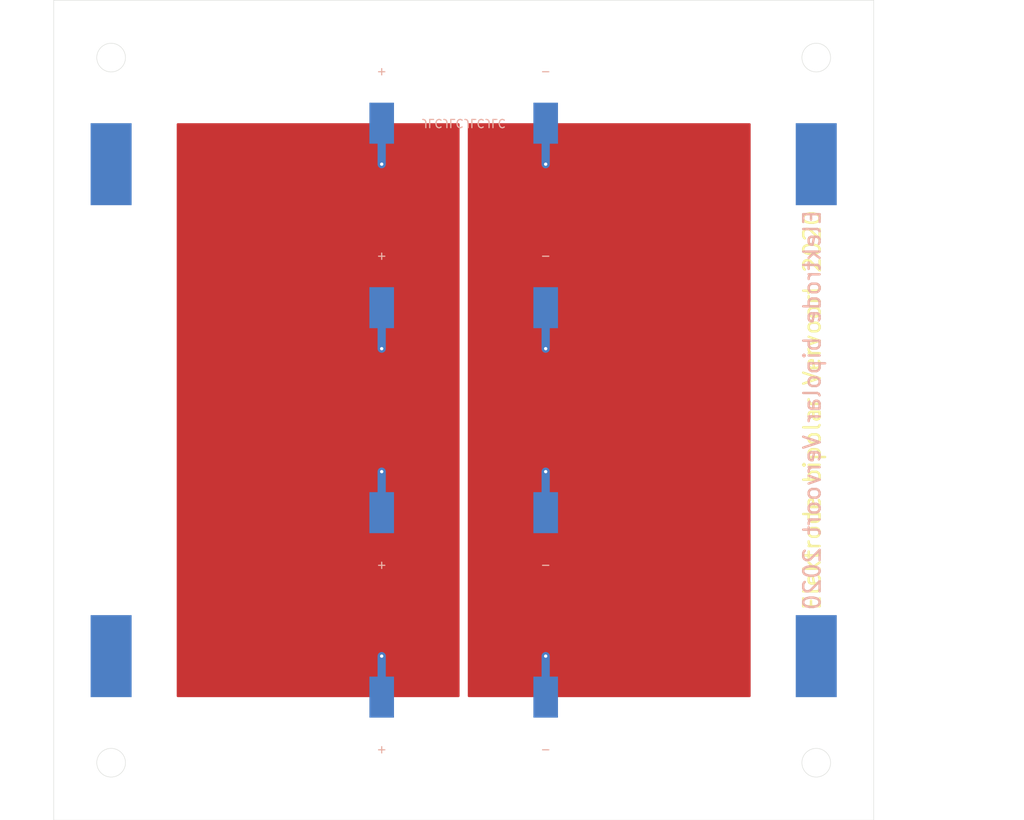
<source format=kicad_pcb>
(kicad_pcb (version 20171130) (host pcbnew "(5.1.5)-3")

  (general
    (thickness 1.6)
    (drawings 12)
    (tracks 17)
    (zones 0)
    (modules 12)
    (nets 3)
  )

  (page A4)
  (layers
    (0 F.Cu signal)
    (31 B.Cu signal)
    (32 B.Adhes user)
    (33 F.Adhes user)
    (34 B.Paste user)
    (35 F.Paste user)
    (36 B.SilkS user)
    (37 F.SilkS user)
    (38 B.Mask user)
    (39 F.Mask user)
    (40 Dwgs.User user)
    (41 Cmts.User user)
    (42 Eco1.User user)
    (43 Eco2.User user)
    (44 Edge.Cuts user)
    (45 Margin user)
    (46 B.CrtYd user)
    (47 F.CrtYd user)
    (48 B.Fab user)
    (49 F.Fab user)
  )

  (setup
    (last_trace_width 0.25)
    (user_trace_width 1)
    (trace_clearance 0.2)
    (zone_clearance 0.508)
    (zone_45_only no)
    (trace_min 0.2)
    (via_size 0.8)
    (via_drill 0.4)
    (via_min_size 0.4)
    (via_min_drill 0.3)
    (uvia_size 0.3)
    (uvia_drill 0.1)
    (uvias_allowed no)
    (uvia_min_size 0.2)
    (uvia_min_drill 0.1)
    (edge_width 0.05)
    (segment_width 0.2)
    (pcb_text_width 0.3)
    (pcb_text_size 1.5 1.5)
    (mod_edge_width 0.12)
    (mod_text_size 1 1)
    (mod_text_width 0.15)
    (pad_size 3 5)
    (pad_drill 0)
    (pad_to_mask_clearance 0.051)
    (solder_mask_min_width 0.25)
    (aux_axis_origin 0 0)
    (visible_elements 7FFFFFFF)
    (pcbplotparams
      (layerselection 0x010fc_ffffffff)
      (usegerberextensions false)
      (usegerberattributes false)
      (usegerberadvancedattributes false)
      (creategerberjobfile false)
      (excludeedgelayer true)
      (linewidth 0.100000)
      (plotframeref false)
      (viasonmask false)
      (mode 1)
      (useauxorigin false)
      (hpglpennumber 1)
      (hpglpenspeed 20)
      (hpglpendiameter 15.000000)
      (psnegative false)
      (psa4output false)
      (plotreference true)
      (plotvalue true)
      (plotinvisibletext false)
      (padsonsilk false)
      (subtractmaskfromsilk false)
      (outputformat 1)
      (mirror false)
      (drillshape 0)
      (scaleselection 1)
      (outputdirectory ""))
  )

  (net 0 "")
  (net 1 +)
  (net 2 -)

  (net_class Default "Dies ist die voreingestellte Netzklasse."
    (clearance 0.2)
    (trace_width 0.25)
    (via_dia 0.8)
    (via_drill 0.4)
    (uvia_dia 0.3)
    (uvia_drill 0.1)
    (add_net +)
    (add_net -)
  )

  (module Wire_Pads:SolderWirePad_single_SMD_3x5mm (layer B.Cu) (tedit 5EE35541) (tstamp 5EE4BA9E)
    (at 90 87.5)
    (descr "Wire Pad, Square, SMD Pad,  5mm x 10mm,")
    (tags "MesurementPoint Square SMDPad 5mmx10mm ")
    (path /5EE34AE5)
    (attr smd)
    (fp_text reference J1 (at 0.25 -5) (layer B.SilkS) hide
      (effects (font (size 1 1) (thickness 0.15)) (justify mirror))
    )
    (fp_text value + (at 0 -6.35) (layer B.SilkS)
      (effects (font (size 1 1) (thickness 0.15)) (justify mirror))
    )
    (fp_line (start 1.75 2.75) (end -1.75 2.75) (layer B.CrtYd) (width 0.05))
    (fp_line (start 1.75 -2.75) (end 1.75 2.75) (layer B.CrtYd) (width 0.05))
    (fp_line (start -1.75 -2.75) (end 1.75 -2.75) (layer B.CrtYd) (width 0.05))
    (fp_line (start -1.75 2.75) (end -1.75 -2.75) (layer B.CrtYd) (width 0.05))
    (pad 1 smd rect (at 0 0) (size 3 5) (layers B.Cu)
      (net 1 +))
  )

  (module Wire_Pads:SolderWirePad_single_SMD_3x5mm (layer B.Cu) (tedit 5EE3552D) (tstamp 5EE4BA96)
    (at 110 87.5)
    (descr "Wire Pad, Square, SMD Pad,  5mm x 10mm,")
    (tags "MesurementPoint Square SMDPad 5mmx10mm ")
    (path /5EE35E51)
    (attr smd)
    (fp_text reference J2 (at 0 -5) (layer B.SilkS) hide
      (effects (font (size 1 1) (thickness 0.15)) (justify mirror))
    )
    (fp_text value - (at 0 -6.35) (layer B.SilkS)
      (effects (font (size 1 1) (thickness 0.15)) (justify mirror))
    )
    (fp_line (start 1.75 2.75) (end -1.75 2.75) (layer B.CrtYd) (width 0.05))
    (fp_line (start 1.75 -2.75) (end 1.75 2.75) (layer B.CrtYd) (width 0.05))
    (fp_line (start -1.75 -2.75) (end 1.75 -2.75) (layer B.CrtYd) (width 0.05))
    (fp_line (start -1.75 2.75) (end -1.75 -2.75) (layer B.CrtYd) (width 0.05))
    (pad 1 smd rect (at 0 0) (size 3 5) (layers B.Cu)
      (net 2 -))
  )

  (module Wire_Pads:SolderWirePad_single_SMD_3x5mm (layer B.Cu) (tedit 5EE3552D) (tstamp 5EE4BA75)
    (at 110 112.5 180)
    (descr "Wire Pad, Square, SMD Pad,  5mm x 10mm,")
    (tags "MesurementPoint Square SMDPad 5mmx10mm ")
    (path /5EE35E51)
    (attr smd)
    (fp_text reference J2 (at 0 -5) (layer B.SilkS) hide
      (effects (font (size 1 1) (thickness 0.15)) (justify mirror))
    )
    (fp_text value - (at 0 -6.35) (layer B.SilkS)
      (effects (font (size 1 1) (thickness 0.15)) (justify mirror))
    )
    (fp_line (start -1.75 2.75) (end -1.75 -2.75) (layer B.CrtYd) (width 0.05))
    (fp_line (start -1.75 -2.75) (end 1.75 -2.75) (layer B.CrtYd) (width 0.05))
    (fp_line (start 1.75 -2.75) (end 1.75 2.75) (layer B.CrtYd) (width 0.05))
    (fp_line (start 1.75 2.75) (end -1.75 2.75) (layer B.CrtYd) (width 0.05))
    (pad 1 smd rect (at 0 0 180) (size 3 5) (layers B.Cu)
      (net 2 -))
  )

  (module Wire_Pads:SolderWirePad_single_SMD_3x5mm (layer B.Cu) (tedit 5EE35541) (tstamp 5EE4BA6D)
    (at 90 112.5 180)
    (descr "Wire Pad, Square, SMD Pad,  5mm x 10mm,")
    (tags "MesurementPoint Square SMDPad 5mmx10mm ")
    (path /5EE34AE5)
    (attr smd)
    (fp_text reference J1 (at 0.25 -5) (layer B.SilkS) hide
      (effects (font (size 1 1) (thickness 0.15)) (justify mirror))
    )
    (fp_text value + (at 0 -6.35) (layer B.SilkS)
      (effects (font (size 1 1) (thickness 0.15)) (justify mirror))
    )
    (fp_line (start -1.75 2.75) (end -1.75 -2.75) (layer B.CrtYd) (width 0.05))
    (fp_line (start -1.75 -2.75) (end 1.75 -2.75) (layer B.CrtYd) (width 0.05))
    (fp_line (start 1.75 -2.75) (end 1.75 2.75) (layer B.CrtYd) (width 0.05))
    (fp_line (start 1.75 2.75) (end -1.75 2.75) (layer B.CrtYd) (width 0.05))
    (pad 1 smd rect (at 0 0 180) (size 3 5) (layers B.Cu)
      (net 1 +))
  )

  (module Wire_Pads:SolderWirePad_single_SMD_3x5mm (layer B.Cu) (tedit 5EE3552D) (tstamp 5EE3A672)
    (at 110 135 180)
    (descr "Wire Pad, Square, SMD Pad,  5mm x 10mm,")
    (tags "MesurementPoint Square SMDPad 5mmx10mm ")
    (path /5EE35E51)
    (attr smd)
    (fp_text reference J2 (at 0 -5) (layer B.SilkS) hide
      (effects (font (size 1 1) (thickness 0.15)) (justify mirror))
    )
    (fp_text value - (at 0 -6.35) (layer B.SilkS)
      (effects (font (size 1 1) (thickness 0.15)) (justify mirror))
    )
    (fp_line (start 1.75 2.75) (end -1.75 2.75) (layer B.CrtYd) (width 0.05))
    (fp_line (start 1.75 -2.75) (end 1.75 2.75) (layer B.CrtYd) (width 0.05))
    (fp_line (start -1.75 -2.75) (end 1.75 -2.75) (layer B.CrtYd) (width 0.05))
    (fp_line (start -1.75 2.75) (end -1.75 -2.75) (layer B.CrtYd) (width 0.05))
    (pad 1 smd rect (at 0 0 180) (size 3 5) (layers B.Cu)
      (net 2 -))
  )

  (module Wire_Pads:SolderWirePad_single_SMD_3x5mm (layer B.Cu) (tedit 5EE35541) (tstamp 5EE3A66A)
    (at 90 135 180)
    (descr "Wire Pad, Square, SMD Pad,  5mm x 10mm,")
    (tags "MesurementPoint Square SMDPad 5mmx10mm ")
    (path /5EE34AE5)
    (attr smd)
    (fp_text reference J1 (at 0.25 -5) (layer B.SilkS) hide
      (effects (font (size 1 1) (thickness 0.15)) (justify mirror))
    )
    (fp_text value + (at 0 -6.35) (layer B.SilkS)
      (effects (font (size 1 1) (thickness 0.15)) (justify mirror))
    )
    (fp_line (start 1.75 2.75) (end -1.75 2.75) (layer B.CrtYd) (width 0.05))
    (fp_line (start 1.75 -2.75) (end 1.75 2.75) (layer B.CrtYd) (width 0.05))
    (fp_line (start -1.75 -2.75) (end 1.75 -2.75) (layer B.CrtYd) (width 0.05))
    (fp_line (start -1.75 2.75) (end -1.75 -2.75) (layer B.CrtYd) (width 0.05))
    (pad 1 smd rect (at 0 0 180) (size 3 5) (layers B.Cu)
      (net 1 +))
  )

  (module Wire_Pads:SolderWirePad_single_SMD_5x10mm (layer B.Cu) (tedit 5640A485) (tstamp 5EE3A566)
    (at 57 70)
    (descr "Wire Pad, Square, SMD Pad,  5mm x 10mm,")
    (tags "MesurementPoint Square SMDPad 5mmx10mm ")
    (attr smd)
    (fp_text reference REF** (at 0 3.81) (layer B.SilkS) hide
      (effects (font (size 1 1) (thickness 0.15)) (justify mirror))
    )
    (fp_text value SolderWirePad_single_SMD_5x10mm (at 0 -6.35) (layer B.Fab)
      (effects (font (size 1 1) (thickness 0.15)) (justify mirror))
    )
    (fp_line (start 2.75 5.25) (end -2.75 5.25) (layer B.CrtYd) (width 0.05))
    (fp_line (start 2.75 -5.25) (end 2.75 5.25) (layer B.CrtYd) (width 0.05))
    (fp_line (start -2.75 -5.25) (end 2.75 -5.25) (layer B.CrtYd) (width 0.05))
    (fp_line (start -2.75 5.25) (end -2.75 -5.25) (layer B.CrtYd) (width 0.05))
    (pad 1 smd rect (at 0 0) (size 5 10) (layers B.Cu B.Paste B.Mask))
  )

  (module Wire_Pads:SolderWirePad_single_SMD_5x10mm (layer B.Cu) (tedit 5640A485) (tstamp 5EE3A536)
    (at 57 130)
    (descr "Wire Pad, Square, SMD Pad,  5mm x 10mm,")
    (tags "MesurementPoint Square SMDPad 5mmx10mm ")
    (attr smd)
    (fp_text reference REF** (at 0 3.81) (layer B.SilkS) hide
      (effects (font (size 1 1) (thickness 0.15)) (justify mirror))
    )
    (fp_text value SolderWirePad_single_SMD_5x10mm (at 0 -6.35) (layer B.Fab)
      (effects (font (size 1 1) (thickness 0.15)) (justify mirror))
    )
    (fp_line (start -2.75 5.25) (end -2.75 -5.25) (layer B.CrtYd) (width 0.05))
    (fp_line (start -2.75 -5.25) (end 2.75 -5.25) (layer B.CrtYd) (width 0.05))
    (fp_line (start 2.75 -5.25) (end 2.75 5.25) (layer B.CrtYd) (width 0.05))
    (fp_line (start 2.75 5.25) (end -2.75 5.25) (layer B.CrtYd) (width 0.05))
    (pad 1 smd rect (at 0 0) (size 5 10) (layers B.Cu B.Paste B.Mask))
  )

  (module Wire_Pads:SolderWirePad_single_SMD_5x10mm (layer B.Cu) (tedit 5640A485) (tstamp 5EE3A526)
    (at 143 130)
    (descr "Wire Pad, Square, SMD Pad,  5mm x 10mm,")
    (tags "MesurementPoint Square SMDPad 5mmx10mm ")
    (attr smd)
    (fp_text reference REF** (at 0 3.81) (layer B.SilkS) hide
      (effects (font (size 1 1) (thickness 0.15)) (justify mirror))
    )
    (fp_text value SolderWirePad_single_SMD_5x10mm (at 0 -6.35) (layer B.Fab)
      (effects (font (size 1 1) (thickness 0.15)) (justify mirror))
    )
    (fp_line (start 2.75 5.25) (end -2.75 5.25) (layer B.CrtYd) (width 0.05))
    (fp_line (start 2.75 -5.25) (end 2.75 5.25) (layer B.CrtYd) (width 0.05))
    (fp_line (start -2.75 -5.25) (end 2.75 -5.25) (layer B.CrtYd) (width 0.05))
    (fp_line (start -2.75 5.25) (end -2.75 -5.25) (layer B.CrtYd) (width 0.05))
    (pad 1 smd rect (at 0 0) (size 5 10) (layers B.Cu B.Paste B.Mask))
  )

  (module Wire_Pads:SolderWirePad_single_SMD_5x10mm (layer B.Cu) (tedit 5640A485) (tstamp 5EE3A516)
    (at 143 70)
    (descr "Wire Pad, Square, SMD Pad,  5mm x 10mm,")
    (tags "MesurementPoint Square SMDPad 5mmx10mm ")
    (attr smd)
    (fp_text reference REF** (at 0 3.81) (layer B.SilkS) hide
      (effects (font (size 1 1) (thickness 0.15)) (justify mirror))
    )
    (fp_text value SolderWirePad_single_SMD_5x10mm (at 0 -6.35) (layer B.Fab)
      (effects (font (size 1 1) (thickness 0.15)) (justify mirror))
    )
    (fp_line (start -2.75 5.25) (end -2.75 -5.25) (layer B.CrtYd) (width 0.05))
    (fp_line (start -2.75 -5.25) (end 2.75 -5.25) (layer B.CrtYd) (width 0.05))
    (fp_line (start 2.75 -5.25) (end 2.75 5.25) (layer B.CrtYd) (width 0.05))
    (fp_line (start 2.75 5.25) (end -2.75 5.25) (layer B.CrtYd) (width 0.05))
    (pad 1 smd rect (at 0 0) (size 5 10) (layers B.Cu B.Paste B.Mask))
  )

  (module Wire_Pads:SolderWirePad_single_SMD_3x5mm (layer B.Cu) (tedit 5EDFB01C) (tstamp 5EE34A70)
    (at 110 65)
    (descr "Wire Pad, Square, SMD Pad,  5mm x 10mm,")
    (tags "MesurementPoint Square SMDPad 5mmx10mm ")
    (path /5EE35E51)
    (attr smd)
    (fp_text reference J2 (at 0 -5) (layer B.SilkS) hide
      (effects (font (size 1 1) (thickness 0.15)) (justify mirror))
    )
    (fp_text value - (at 0 -6.35) (layer B.SilkS)
      (effects (font (size 1 1) (thickness 0.15)) (justify mirror))
    )
    (fp_line (start -1.75 2.75) (end -1.75 -2.75) (layer B.CrtYd) (width 0.05))
    (fp_line (start -1.75 -2.75) (end 1.75 -2.75) (layer B.CrtYd) (width 0.05))
    (fp_line (start 1.75 -2.75) (end 1.75 2.75) (layer B.CrtYd) (width 0.05))
    (fp_line (start 1.75 2.75) (end -1.75 2.75) (layer B.CrtYd) (width 0.05))
    (pad 1 smd rect (at 0 0) (size 3 5) (layers B.Cu B.Paste B.Mask)
      (net 2 -))
  )

  (module Wire_Pads:SolderWirePad_single_SMD_3x5mm (layer B.Cu) (tedit 5EDFB01C) (tstamp 5EE34A67)
    (at 90 65)
    (descr "Wire Pad, Square, SMD Pad,  5mm x 10mm,")
    (tags "MesurementPoint Square SMDPad 5mmx10mm ")
    (path /5EE34AE5)
    (attr smd)
    (fp_text reference J1 (at 0.25 -5) (layer B.SilkS) hide
      (effects (font (size 1 1) (thickness 0.15)) (justify mirror))
    )
    (fp_text value + (at 0 -6.35) (layer B.SilkS)
      (effects (font (size 1 1) (thickness 0.15)) (justify mirror))
    )
    (fp_line (start -1.75 2.75) (end -1.75 -2.75) (layer B.CrtYd) (width 0.05))
    (fp_line (start -1.75 -2.75) (end 1.75 -2.75) (layer B.CrtYd) (width 0.05))
    (fp_line (start 1.75 -2.75) (end 1.75 2.75) (layer B.CrtYd) (width 0.05))
    (fp_line (start 1.75 2.75) (end -1.75 2.75) (layer B.CrtYd) (width 0.05))
    (pad 1 smd rect (at 0 0) (size 3 5) (layers B.Cu B.Paste B.Mask)
      (net 1 +))
  )

  (gr_text "Front mask layer intentionally left blank. Apply mask to the whole frontside" (at 167.5 97 90) (layer F.Mask)
    (effects (font (size 1 1) (thickness 0.15)))
  )
  (gr_text JLCJLCJLCJLC (at 100 65 180) (layer B.SilkS)
    (effects (font (size 1 1) (thickness 0.15)) (justify mirror))
  )
  (gr_text "Elektrode bipolar Vervoort 2020" (at 142.5 100 90) (layer B.SilkS) (tstamp 5EE3A5DC)
    (effects (font (size 2 2) (thickness 0.3)) (justify mirror))
  )
  (gr_text "Elektrode bipolar Vervoort 2020" (at 142.5 100 90) (layer F.SilkS)
    (effects (font (size 2 2) (thickness 0.3)))
  )
  (gr_circle (center 57 57) (end 58.75 57) (layer Edge.Cuts) (width 0.05) (tstamp 5EE3513B))
  (gr_circle (center 57 143) (end 58.75 143) (layer Edge.Cuts) (width 0.05) (tstamp 5EE3512F))
  (gr_circle (center 143 143) (end 144.75 143) (layer Edge.Cuts) (width 0.05) (tstamp 5EE350FE))
  (gr_circle (center 143 57) (end 144.75 57) (layer Edge.Cuts) (width 0.05))
  (gr_line (start 50 150) (end 50 50) (layer Edge.Cuts) (width 0.05) (tstamp 5EE34CAA))
  (gr_line (start 150 150) (end 50 150) (layer Edge.Cuts) (width 0.05))
  (gr_line (start 150 50) (end 150 150) (layer Edge.Cuts) (width 0.05))
  (gr_line (start 50 50) (end 150 50) (layer Edge.Cuts) (width 0.05))

  (via (at 90 70) (size 0.8) (drill 0.4) (layers F.Cu B.Cu) (net 1))
  (segment (start 90 70) (end 90 65) (width 1) (layer B.Cu) (net 1))
  (via (at 90 130) (size 0.8) (drill 0.4) (layers F.Cu B.Cu) (net 1))
  (segment (start 90 135) (end 90 130) (width 1) (layer B.Cu) (net 1))
  (segment (start 90 112.5) (end 90 107.5) (width 1) (layer B.Cu) (net 1) (tstamp 5EE4BA6B))
  (via (at 90 107.5) (size 0.8) (drill 0.4) (layers F.Cu B.Cu) (net 1) (tstamp 5EE4BA7E))
  (segment (start 90 87.5) (end 90 92.5) (width 1) (layer B.Cu) (net 1) (tstamp 5EE4BA94))
  (via (at 90 92.5) (size 0.8) (drill 0.4) (layers F.Cu B.Cu) (net 1) (tstamp 5EE4BAA7))
  (segment (start 115.325001 70.275001) (end 129.724999 70.275001) (width 0.25) (layer F.Cu) (net 2))
  (via (at 110 70) (size 0.8) (drill 0.4) (layers F.Cu B.Cu) (net 2))
  (via (at 110 130) (size 0.8) (drill 0.4) (layers F.Cu B.Cu) (net 2) (tstamp 5EE3A67A))
  (segment (start 110 70) (end 110 65) (width 1) (layer B.Cu) (net 2))
  (segment (start 110 130) (end 110 135) (width 1) (layer B.Cu) (net 2))
  (segment (start 110 107.5) (end 110 112.5) (width 1) (layer B.Cu) (net 2) (tstamp 5EE4BA6C))
  (via (at 110 107.5) (size 0.8) (drill 0.4) (layers F.Cu B.Cu) (net 2) (tstamp 5EE4BA7D))
  (segment (start 110 92.5) (end 110 87.5) (width 1) (layer B.Cu) (net 2) (tstamp 5EE4BA95))
  (via (at 110 92.5) (size 0.8) (drill 0.4) (layers F.Cu B.Cu) (net 2) (tstamp 5EE4BAA6))

  (zone (net 1) (net_name +) (layer F.Cu) (tstamp 5EE4C4C6) (hatch edge 0.508)
    (connect_pads (clearance 0.508))
    (min_thickness 0.254)
    (fill yes (arc_segments 32) (thermal_gap 0.508) (thermal_bridge_width 0.508))
    (polygon
      (pts
        (xy 99.5 135) (xy 65 135) (xy 65 65) (xy 99.5 65)
      )
    )
    (filled_polygon
      (pts
        (xy 99.373 134.873) (xy 65.127 134.873) (xy 65.127 65.127) (xy 99.373 65.127)
      )
    )
  )
  (zone (net 2) (net_name -) (layer F.Cu) (tstamp 5EE4C4C3) (hatch edge 0.508)
    (connect_pads (clearance 0.508))
    (min_thickness 0.254)
    (fill yes (arc_segments 32) (thermal_gap 0.508) (thermal_bridge_width 0.508))
    (polygon
      (pts
        (xy 135 135) (xy 100.5 135) (xy 100.5 65) (xy 135 65)
      )
    )
    (filled_polygon
      (pts
        (xy 134.873 134.873) (xy 100.627 134.873) (xy 100.627 65.127) (xy 134.873 65.127)
      )
    )
  )
)

</source>
